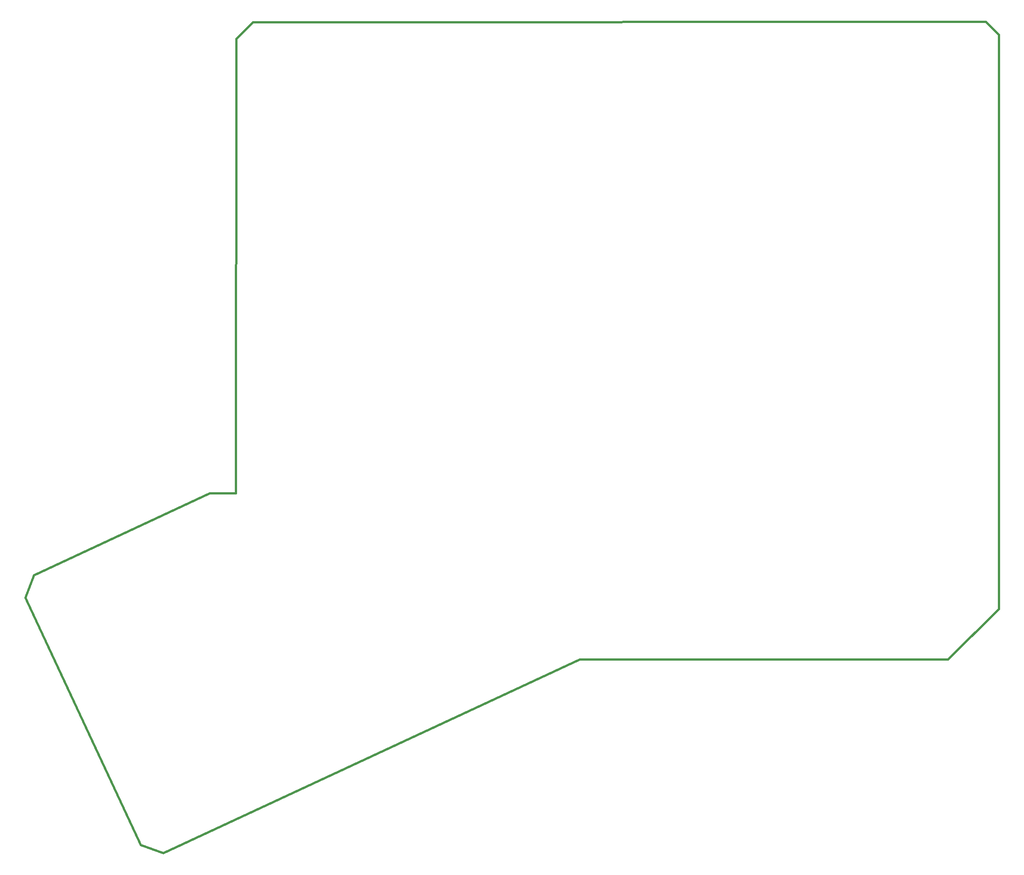
<source format=gm1>
G04 #@! TF.GenerationSoftware,KiCad,Pcbnew,5.0.2+dfsg1-1*
G04 #@! TF.CreationDate,2021-01-12T18:46:28+01:00*
G04 #@! TF.ProjectId,ErgoDOX,4572676f-444f-4582-9e6b-696361645f70,rev?*
G04 #@! TF.SameCoordinates,Original*
G04 #@! TF.FileFunction,Profile,NP*
%FSLAX46Y46*%
G04 Gerber Fmt 4.6, Leading zero omitted, Abs format (unit mm)*
G04 Created by KiCad (PCBNEW 5.0.2+dfsg1-1) date Tue 12 Jan 2021 06:46:28 PM CET*
%MOMM*%
%LPD*%
G01*
G04 APERTURE LIST*
%ADD10C,0.381000*%
G04 APERTURE END LIST*
D10*
X65786000Y-33070800D02*
X62636400Y-36220400D01*
X127152400Y-152908000D02*
X196392800Y-152908000D01*
X196392800Y-152908000D02*
X205917800Y-143383000D01*
X205917800Y-143383000D02*
X205917800Y-35433000D01*
X205917800Y-35433000D02*
X203504800Y-33020000D01*
X203504800Y-33020000D02*
X65786000Y-33070800D01*
X62636400Y-36220400D02*
X62611000Y-121666000D01*
X62611000Y-121666000D02*
X57708800Y-121666000D01*
X57708800Y-121666000D02*
X24617680Y-137096500D01*
X24617680Y-137096500D02*
X23080980Y-141315440D01*
X23080980Y-141315440D02*
X44764960Y-187817760D01*
X44764960Y-187817760D02*
X48983900Y-189351920D01*
X48983900Y-189351920D02*
X127152400Y-152908000D01*
M02*

</source>
